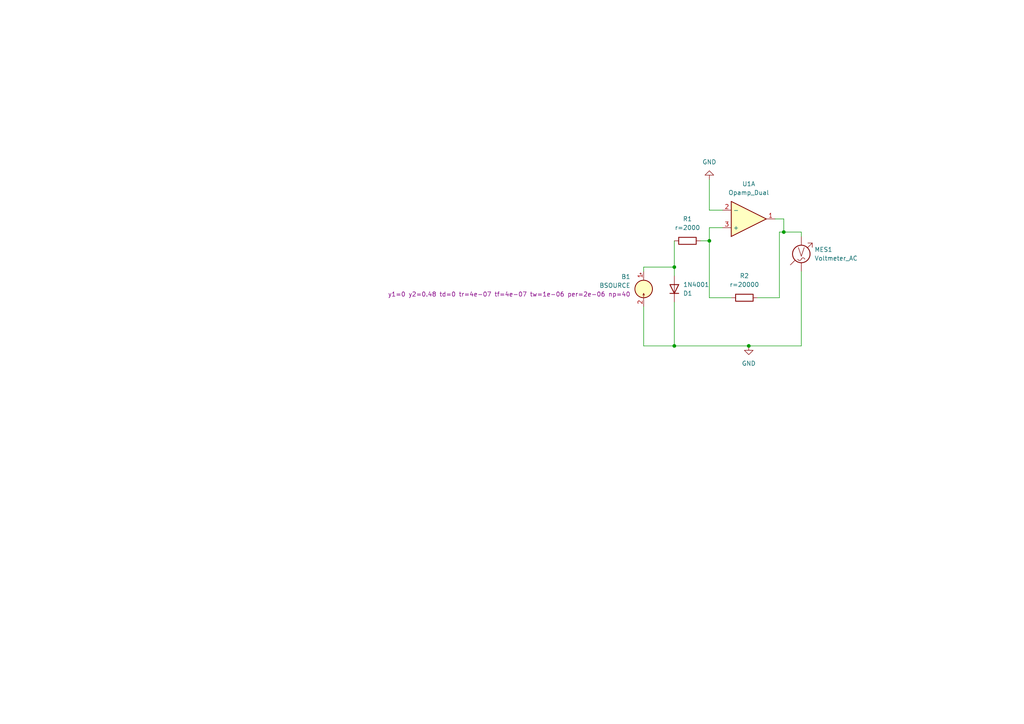
<source format=kicad_sch>
(kicad_sch (version 20230121) (generator eeschema)
  (paper "A4")
  (lib_symbols
    (symbol "Device:Opamp_Dual"
      (property "Reference" "U" (at 0 5.08 0))
      (property "Value" "Opamp_Dual" (at 0 -5.08 0))
      (symbol "Opamp_Dual_1_1"
        (polyline (pts (xy -5.08 5.08) (xy 5.08 0) (xy -5.08 -5.08) (xy -5.08 5.08)) (stroke (width 0.254)) (fill (type background)))
        (pin output line (at 7.62 0 180) (length 2.54) (name "~") (number "1"))
        (pin input line (at -7.62 -2.54 0) (length 2.54) (name "-") (number "2"))
        (pin input line (at -7.62 2.54 0) (length 2.54) (name "+") (number "3"))
      )
      (symbol "Opamp_Dual_2_1"
        (polyline (pts (xy -5.08 5.08) (xy 5.08 0) (xy -5.08 -5.08) (xy -5.08 5.08)) (stroke (width 0.254)) (fill (type background)))
        (pin input line (at -7.62 2.54 0) (length 2.54) (name "+") (number "5"))
        (pin input line (at -7.62 -2.54 0) (length 2.54) (name "-") (number "6"))
        (pin output line (at 7.62 0 180) (length 2.54) (name "~") (number "7"))
      )
      (symbol "Opamp_Dual_3_1"
        (pin power_in line (at -2.54 -7.62 90) (length 3.81) (name "V-") (number "4"))
        (pin power_in line (at -2.54 7.62 270) (length 3.81) (name "V+") (number "8"))
      )
    )
    (symbol "Device:R" (pin_numbers hide) (pin_names (offset 0))
      (property "Reference" "R" (at 2.032 0 90))
      (property "Value" "R" (at 0 0 90))
      (symbol "R_0_1"
        (rectangle (start -1.016 -2.54) (end 1.016 2.54) (stroke (width 0.254)))
      )
      (symbol "R_1_1"
        (pin passive line (at 0 3.81 270) (length 1.27) (name "~") (number "1"))
        (pin passive line (at 0 -3.81 90) (length 1.27) (name "~") (number "2"))
      )
    )
    (symbol "Device:Voltmeter_AC" (pin_numbers hide) (pin_names (offset 0.0254) hide)
      (property "Reference" "MES" (at -3.302 1.016 0))
      (property "Value" "Voltmeter_AC" (at -3.302 -0.762 0))
      (symbol "Voltmeter_AC_0_0"
        (polyline (pts (xy -3.175 -3.175) (xy -1.905 -1.905)))
        (polyline (pts (xy 1.905 1.905) (xy 3.175 3.175)))
        (polyline (pts (xy 1.905 3.175) (xy 3.175 3.175) (xy 3.175 1.905)))
        (text "V" (at 0 0.508 0) (effects (font (size 2.54 2.54))))
      )
      (symbol "Voltmeter_AC_0_1"
        (arc (start -1.016 -1.524) (mid -0.508 -1.902) (end 0 -1.524))
        (circle (center 0 0) (radius 2.54) (stroke (width 0.254)))
        (arc (start 1.016 -1.524) (mid 0.508 -1.1274) (end 0 -1.524))
      )
      (symbol "Voltmeter_AC_1_1"
        (pin passive line (at 0 -5.08 90) (length 2.54) (name "~") (number "1"))
        (pin passive line (at 0 5.08 270) (length 2.54) (name "~") (number "2"))
      )
    )
    (symbol "Diode:1N4001" (pin_numbers hide) (pin_names hide)
      (property "Reference" "D" (at 0 2.54 0))
      (property "Value" "1N4001" (at 0 -2.54 0))
      (symbol "1N4001_0_1"
        (polyline (pts (xy -1.27 1.27) (xy -1.27 -1.27)) (stroke (width 0.254)))
        (polyline (pts (xy 1.27 0) (xy -1.27 0)))
        (polyline (pts (xy 1.27 1.27) (xy 1.27 -1.27) (xy -1.27 0) (xy 1.27 1.27)) (stroke (width 0.254)))
      )
      (symbol "1N4001_1_1"
        (pin passive line (at -3.81 0 0) (length 2.54) (name "K") (number "1"))
        (pin passive line (at 3.81 0 180) (length 2.54) (name "A") (number "2"))
      )
    )
    (symbol "Simulation_SPICE:BSOURCE" (pin_names (offset 1.016) hide)
      (property "Reference" "B" (at 2.54 2.54 0))
      (property "Value" "BSOURCE" (at 2.54 0 0))
      (property "Sim.Params" "v=1" (at 2.54 -2.54 0))
      (symbol "BSOURCE_0_1"
        (polyline (pts (xy 0 -1.27) (xy 0 -2.286)))
        (polyline (pts (xy 0.254 -1.778) (xy 0 -1.27) (xy -0.254 -1.778)))
        (circle (center 0 0) (radius 2.54) (stroke (width 0.254)) (fill (type background)))
      )
      (symbol "BSOURCE_1_1"
        (polyline (pts (xy 0.635 4.445) (xy 1.143 4.445)))
        (polyline (pts (xy 0.889 4.699) (xy 0.889 4.191)))
        (pin passive line (at 0 5.08 270) (length 2.54) (name "N+") (number "1"))
        (pin passive line (at 0 -5.08 90) (length 2.54) (name "N-") (number "2"))
      )
    )
    (symbol "power:GND" (power) (pin_names (offset 0))
      (property "Value" "GND" (at 0 -3.81 0))
      (symbol "GND_0_1"
        (polyline (pts (xy 0 0) (xy 0 -1.27) (xy 1.27 -1.27) (xy 0 -2.54) (xy -1.27 -1.27) (xy 0 -1.27)))
      )
      (symbol "GND_1_1"
        (pin power_in line (at 0 0 270) (length 0) hide (name "GND") (number "1"))
      )
    )
  )
  (junction (at 205.74 69.85))
  (junction (at 227.33 67.31))
  (junction (at 195.58 100.33))
  (junction (at 217.17 100.33))
  (junction (at 195.58 77.47))
  (wire (pts (xy 205.74 66.04) (xy 209.55 66.04)))
  (wire (pts (xy 219.71 86.36) (xy 226.06 86.36)))
  (wire (pts (xy 227.33 63.5) (xy 227.33 67.31)))
  (wire (pts (xy 203.2 69.85) (xy 205.74 69.85)))
  (wire (pts (xy 186.69 100.33) (xy 186.69 88.9)))
  (wire (pts (xy 195.58 77.47) (xy 195.58 80.01)))
  (wire (pts (xy 232.41 67.31) (xy 227.33 67.31)))
  (wire (pts (xy 186.69 78.74) (xy 186.69 77.47)))
  (wire (pts (xy 195.58 100.33) (xy 217.17 100.33)))
  (wire (pts (xy 226.06 67.31) (xy 227.33 67.31)))
  (wire (pts (xy 186.69 77.47) (xy 195.58 77.47)))
  (wire (pts (xy 205.74 66.04) (xy 205.74 69.85)))
  (wire (pts (xy 205.74 60.96) (xy 205.74 52.07)))
  (wire (pts (xy 217.17 100.33) (xy 232.41 100.33)))
  (wire (pts (xy 195.58 69.85) (xy 195.58 77.47)))
  (wire (pts (xy 205.74 86.36) (xy 205.74 69.85)))
  (wire (pts (xy 205.74 60.96) (xy 209.55 60.96)))
  (wire (pts (xy 212.09 86.36) (xy 205.74 86.36)))
  (wire (pts (xy 232.41 100.33) (xy 232.41 78.74)))
  (wire (pts (xy 186.69 100.33) (xy 195.58 100.33)))
  (wire (pts (xy 226.06 67.31) (xy 226.06 86.36)))
  (wire (pts (xy 232.41 68.58) (xy 232.41 67.31)))
  (wire (pts (xy 195.58 87.63) (xy 195.58 100.33)))
  (wire (pts (xy 224.79 63.5) (xy 227.33 63.5)))
  (symbol (lib_id "Diode:1N4001") (at 195.58 83.82 270) (mirror x) (unit 1)
    (property "Reference" "D1" (at 198.12 85.09 90) (effects (justify left)))
    (property "Value" "1N4001" (at 198.12 82.55 90) (effects (justify left)))
    (property "Footprint" "Diode_THT:D_DO-41_SOD81_P10.16mm_Horizontal" (effects hide))
    (property "Datasheet" "http://www.vishay.com/docs/88503/1n4001.pdf" (effects hide))
    (property "Sim.Device" "D" (effects hide))
    (property "Sim.Pins" "1=K 2=A" (effects hide))
  )
  (symbol (lib_id "Device:Opamp_Dual") (at 217.17 63.5 0) (mirror x) (unit 1)
    (property "Reference" "U1" (at 217.17 53.34 0))
    (property "Value" "Opamp_Dual" (at 217.17 55.88 0))
  )
  (symbol (lib_id "Simulation_SPICE:BSOURCE") (at 186.69 83.82 0) (mirror y) (unit 1)
    (property "Reference" "B1" (at 182.88 80.264 0) (effects (justify left)))
    (property "Value" "BSOURCE" (at 182.88 82.804 0) (effects (justify left)))
    (property "Datasheet" "https://ngspice.sourceforge.io/docs.html" (effects hide))
    (property "Sim.Device" "V" (effects hide))
    (property "Sim.Type" "PULSE" (effects hide))
    (property "Sim.Pins" "1=+ 2=-" (effects hide))
    (property "Sim.Params" "y1=0 y2=0.48 td=0 tr=4e-07 tf=4e-07 tw=1e-06 per=2e-06 np=40" (at 182.88 85.344 0) (effects (justify left)))
  )
  (symbol (lib_id "Device:R") (at 199.39 69.85 270) (unit 1)
    (property "Reference" "R1" (at 199.39 63.5 90))
    (property "Value" "${SIM.PARAMS}" (at 199.39 66.04 90))
    (property "Sim.Device" "R" (effects hide))
    (property "Sim.Type" "=" (effects hide))
    (property "Sim.Params" "r=2000" (effects hide))
    (property "Sim.Pins" "1=+ 2=-" (effects hide))
  )
  (symbol (lib_id "Device:Voltmeter_AC") (at 232.41 73.66 0) (unit 1)
    (property "Reference" "MES1" (at 236.22 72.39 0) (effects (justify left)))
    (property "Value" "Voltmeter_AC" (at 236.22 74.93 0) (effects (justify left)))
  )
  (symbol (lib_id "Device:R") (at 215.9 86.36 270) (unit 1)
    (property "Reference" "R2" (at 215.9 80.01 90))
    (property "Value" "${SIM.PARAMS}" (at 215.9 82.55 90))
    (property "Sim.Device" "R" (effects hide))
    (property "Sim.Type" "=" (effects hide))
    (property "Sim.Params" "r=20000" (effects hide))
    (property "Sim.Pins" "1=+ 2=-" (effects hide))
  )
  (symbol (lib_id "power:GND") (at 205.74 52.07 180) (unit 1)
    (property "Reference" "#PWR02" (effects hide))
    (property "Value" "GND" (at 205.74 46.99 0))
  )
  (symbol (lib_id "power:GND") (at 217.17 100.33 0) (mirror y) (unit 1)
    (property "Reference" "#PWR01" (effects hide))
    (property "Value" "GND" (at 217.17 105.41 0))
  )
)
</source>
